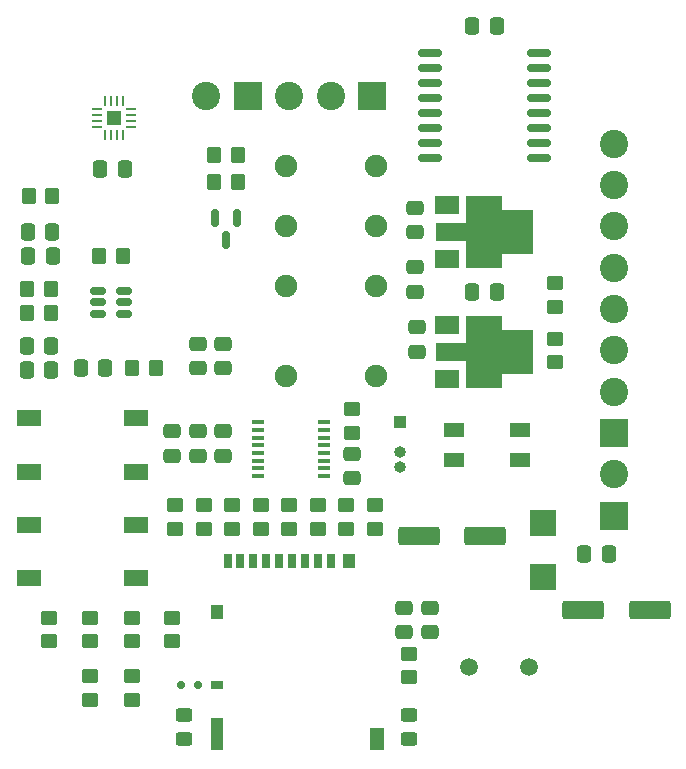
<source format=gbr>
%TF.GenerationSoftware,KiCad,Pcbnew,(7.0.0-0)*%
%TF.CreationDate,2023-08-12T01:46:22+02:00*%
%TF.ProjectId,door_bell,646f6f72-5f62-4656-9c6c-2e6b69636164,rev?*%
%TF.SameCoordinates,Original*%
%TF.FileFunction,Soldermask,Top*%
%TF.FilePolarity,Negative*%
%FSLAX46Y46*%
G04 Gerber Fmt 4.6, Leading zero omitted, Abs format (unit mm)*
G04 Created by KiCad (PCBNEW (7.0.0-0)) date 2023-08-12 01:46:22*
%MOMM*%
%LPD*%
G01*
G04 APERTURE LIST*
G04 Aperture macros list*
%AMRoundRect*
0 Rectangle with rounded corners*
0 $1 Rounding radius*
0 $2 $3 $4 $5 $6 $7 $8 $9 X,Y pos of 4 corners*
0 Add a 4 corners polygon primitive as box body*
4,1,4,$2,$3,$4,$5,$6,$7,$8,$9,$2,$3,0*
0 Add four circle primitives for the rounded corners*
1,1,$1+$1,$2,$3*
1,1,$1+$1,$4,$5*
1,1,$1+$1,$6,$7*
1,1,$1+$1,$8,$9*
0 Add four rect primitives between the rounded corners*
20,1,$1+$1,$2,$3,$4,$5,0*
20,1,$1+$1,$4,$5,$6,$7,0*
20,1,$1+$1,$6,$7,$8,$9,0*
20,1,$1+$1,$8,$9,$2,$3,0*%
G04 Aperture macros list end*
%ADD10R,2.000000X1.500000*%
%ADD11R,0.800000X0.800000*%
%ADD12R,3.000000X1.500000*%
%ADD13R,3.048000X6.096000*%
%ADD14R,3.000000X3.800000*%
%ADD15RoundRect,0.250000X0.475000X-0.337500X0.475000X0.337500X-0.475000X0.337500X-0.475000X-0.337500X0*%
%ADD16RoundRect,0.250000X0.450000X-0.350000X0.450000X0.350000X-0.450000X0.350000X-0.450000X-0.350000X0*%
%ADD17R,0.700000X1.200000*%
%ADD18R,1.000000X0.800000*%
%ADD19R,1.000000X1.200000*%
%ADD20R,1.000000X2.800000*%
%ADD21R,1.300000X1.900000*%
%ADD22C,1.500000*%
%ADD23RoundRect,0.250000X-0.450000X0.350000X-0.450000X-0.350000X0.450000X-0.350000X0.450000X0.350000X0*%
%ADD24R,1.000000X1.000000*%
%ADD25O,1.000000X1.000000*%
%ADD26R,1.700000X1.200000*%
%ADD27RoundRect,0.250000X-0.475000X0.337500X-0.475000X-0.337500X0.475000X-0.337500X0.475000X0.337500X0*%
%ADD28R,2.400000X2.400000*%
%ADD29C,2.400000*%
%ADD30RoundRect,0.250000X1.500000X0.550000X-1.500000X0.550000X-1.500000X-0.550000X1.500000X-0.550000X0*%
%ADD31RoundRect,0.150000X-0.875000X-0.150000X0.875000X-0.150000X0.875000X0.150000X-0.875000X0.150000X0*%
%ADD32R,2.100000X1.400000*%
%ADD33RoundRect,0.250000X-0.337500X-0.475000X0.337500X-0.475000X0.337500X0.475000X-0.337500X0.475000X0*%
%ADD34RoundRect,0.250000X0.337500X0.475000X-0.337500X0.475000X-0.337500X-0.475000X0.337500X-0.475000X0*%
%ADD35RoundRect,0.150000X-0.150000X0.587500X-0.150000X-0.587500X0.150000X-0.587500X0.150000X0.587500X0*%
%ADD36R,2.300000X2.300000*%
%ADD37RoundRect,0.250000X-0.350000X-0.450000X0.350000X-0.450000X0.350000X0.450000X-0.350000X0.450000X0*%
%ADD38RoundRect,0.150000X-0.512500X-0.150000X0.512500X-0.150000X0.512500X0.150000X-0.512500X0.150000X0*%
%ADD39RoundRect,0.250000X0.450000X-0.325000X0.450000X0.325000X-0.450000X0.325000X-0.450000X-0.325000X0*%
%ADD40C,1.905000*%
%ADD41R,1.050000X0.450000*%
%ADD42R,1.230000X1.230000*%
%ADD43RoundRect,0.062500X-0.350000X-0.062500X0.350000X-0.062500X0.350000X0.062500X-0.350000X0.062500X0*%
%ADD44RoundRect,0.062500X-0.062500X-0.350000X0.062500X-0.350000X0.062500X0.350000X-0.062500X0.350000X0*%
%ADD45RoundRect,0.250000X0.350000X0.450000X-0.350000X0.450000X-0.350000X-0.450000X0.350000X-0.450000X0*%
%ADD46RoundRect,0.150000X-0.150000X-0.200000X0.150000X-0.200000X0.150000X0.200000X-0.150000X0.200000X0*%
G04 APERTURE END LIST*
D10*
%TO.C,U3*%
X151789999Y-82803999D03*
D11*
X151739999Y-85103999D03*
D12*
X152272999Y-85103999D03*
D11*
X152539999Y-85103999D03*
X153339999Y-85103999D03*
X154139999Y-82703999D03*
X154139999Y-83503999D03*
X154139999Y-84303999D03*
X154139999Y-85103999D03*
X154139999Y-85903999D03*
X154139999Y-86703999D03*
X154139999Y-87503999D03*
X154939999Y-82703999D03*
X154939999Y-83503999D03*
X154939999Y-84303999D03*
X154939999Y-85103999D03*
D13*
X154939999Y-85103999D03*
D11*
X154939999Y-85903999D03*
X154939999Y-86703999D03*
X154939999Y-87503999D03*
X155739999Y-82703999D03*
X155739999Y-83503999D03*
X155739999Y-84303999D03*
X155739999Y-85103999D03*
X155739999Y-85903999D03*
X155739999Y-86703999D03*
X155739999Y-87503999D03*
X156539999Y-84303999D03*
X156539999Y-85103999D03*
X156539999Y-85903999D03*
X157339999Y-84303999D03*
X157339999Y-85103999D03*
X157339999Y-85903999D03*
D14*
X157606999Y-85103999D03*
D11*
X158139999Y-84303999D03*
X158139999Y-85103999D03*
X158139999Y-85903999D03*
D10*
X151789999Y-87403999D03*
%TD*%
%TO.C,U1*%
X151789999Y-72629999D03*
D11*
X151739999Y-74929999D03*
D12*
X152272999Y-74929999D03*
D11*
X152539999Y-74929999D03*
X153339999Y-74929999D03*
X154139999Y-72529999D03*
X154139999Y-73329999D03*
X154139999Y-74129999D03*
X154139999Y-74929999D03*
X154139999Y-75729999D03*
X154139999Y-76529999D03*
X154139999Y-77329999D03*
X154939999Y-72529999D03*
X154939999Y-73329999D03*
X154939999Y-74129999D03*
X154939999Y-74929999D03*
D13*
X154939999Y-74929999D03*
D11*
X154939999Y-75729999D03*
X154939999Y-76529999D03*
X154939999Y-77329999D03*
X155739999Y-72529999D03*
X155739999Y-73329999D03*
X155739999Y-74129999D03*
X155739999Y-74929999D03*
X155739999Y-75729999D03*
X155739999Y-76529999D03*
X155739999Y-77329999D03*
X156539999Y-74129999D03*
X156539999Y-74929999D03*
X156539999Y-75729999D03*
X157339999Y-74129999D03*
X157339999Y-74929999D03*
X157339999Y-75729999D03*
D14*
X157606999Y-74929999D03*
D11*
X158139999Y-74129999D03*
X158139999Y-74929999D03*
X158139999Y-75729999D03*
D10*
X151789999Y-77229999D03*
%TD*%
D15*
%TO.C,C22*%
X150342600Y-108813600D03*
X150342600Y-106738600D03*
%TD*%
%TO.C,C21*%
X148107400Y-108813600D03*
X148107400Y-106738600D03*
%TD*%
D16*
%TO.C,R25*%
X160930000Y-85963000D03*
X160930000Y-83963000D03*
%TD*%
D17*
%TO.C,J5*%
X141908599Y-102799599D03*
X140808599Y-102799599D03*
X139708599Y-102799599D03*
X138608599Y-102799599D03*
X137508599Y-102799599D03*
X136408599Y-102799599D03*
X135308599Y-102799599D03*
X134208599Y-102799599D03*
X133258599Y-102799599D03*
D18*
X132308599Y-113299599D03*
D19*
X132308599Y-107099599D03*
D20*
X132308599Y-117449599D03*
D19*
X143458599Y-102799599D03*
D21*
X145808599Y-117899599D03*
%TD*%
D22*
%TO.C,F1*%
X153670000Y-111760000D03*
X158750000Y-111760000D03*
%TD*%
D23*
%TO.C,R21*%
X143256000Y-98060000D03*
X143256000Y-100060000D03*
%TD*%
%TO.C,R14*%
X125095000Y-112554000D03*
X125095000Y-114554000D03*
%TD*%
D24*
%TO.C,J4*%
X147827999Y-91058999D03*
D25*
X147827999Y-93598999D03*
X147827999Y-94868999D03*
%TD*%
D26*
%TO.C,D1*%
X152399999Y-91693999D03*
X157987999Y-91693999D03*
X152399999Y-94233999D03*
X157987999Y-94233999D03*
%TD*%
D23*
%TO.C,R13*%
X133604000Y-98044000D03*
X133604000Y-100044000D03*
%TD*%
D16*
%TO.C,R26*%
X160909000Y-81264000D03*
X160909000Y-79264000D03*
%TD*%
D23*
%TO.C,R12*%
X125095000Y-107585000D03*
X125095000Y-109585000D03*
%TD*%
D27*
%TO.C,C9*%
X130683000Y-84412000D03*
X130683000Y-86487000D03*
%TD*%
D28*
%TO.C,J1*%
X165869999Y-98959999D03*
D29*
X165870000Y-95460000D03*
%TD*%
D23*
%TO.C,R18*%
X136017000Y-98060000D03*
X136017000Y-100060000D03*
%TD*%
D30*
%TO.C,C2*%
X168916000Y-106959400D03*
X163316000Y-106959400D03*
%TD*%
D31*
%TO.C,U4*%
X150290000Y-59817000D03*
X150290000Y-61087000D03*
X150290000Y-62357000D03*
X150290000Y-63627000D03*
X150290000Y-64897000D03*
X150290000Y-66167000D03*
X150290000Y-67437000D03*
X150290000Y-68707000D03*
X159590000Y-68707000D03*
X159590000Y-67437000D03*
X159590000Y-66167000D03*
X159590000Y-64897000D03*
X159590000Y-63627000D03*
X159590000Y-62357000D03*
X159590000Y-61087000D03*
X159590000Y-59817000D03*
%TD*%
D32*
%TO.C,SW2*%
X125475999Y-104266999D03*
X116375999Y-104266999D03*
X125475999Y-99766999D03*
X116375999Y-99766999D03*
%TD*%
D33*
%TO.C,C5*%
X163406000Y-102235000D03*
X165481000Y-102235000D03*
%TD*%
D34*
%TO.C,C1*%
X155977500Y-80010000D03*
X153902500Y-80010000D03*
%TD*%
D27*
%TO.C,C12*%
X128524000Y-91821000D03*
X128524000Y-93896000D03*
%TD*%
D35*
%TO.C,Q1*%
X133985000Y-73738500D03*
X132085000Y-73738500D03*
X133035000Y-75613500D03*
%TD*%
D36*
%TO.C,D3*%
X159892999Y-104139999D03*
X159892999Y-99567999D03*
%TD*%
D37*
%TO.C,R2*%
X116221000Y-81788000D03*
X118221000Y-81788000D03*
%TD*%
D28*
%TO.C,J6*%
X165869999Y-91949999D03*
D29*
X165870000Y-88450000D03*
X165870000Y-84950000D03*
X165870000Y-81450000D03*
X165870000Y-77950000D03*
X165870000Y-74450000D03*
X165870000Y-70950000D03*
X165870000Y-67450000D03*
%TD*%
D23*
%TO.C,R22*%
X145669000Y-98044000D03*
X145669000Y-100044000D03*
%TD*%
D38*
%TO.C,U7*%
X122179500Y-79949000D03*
X122179500Y-80899000D03*
X122179500Y-81849000D03*
X124454500Y-81849000D03*
X124454500Y-80899000D03*
X124454500Y-79949000D03*
%TD*%
D23*
%TO.C,R4*%
X143764000Y-89932000D03*
X143764000Y-91932000D03*
%TD*%
D15*
%TO.C,C8*%
X149225000Y-85090000D03*
X149225000Y-83015000D03*
%TD*%
D23*
%TO.C,R16*%
X121539000Y-107585000D03*
X121539000Y-109585000D03*
%TD*%
D37*
%TO.C,R24*%
X122317000Y-76962000D03*
X124317000Y-76962000D03*
%TD*%
D34*
%TO.C,C15*%
X118258500Y-84582000D03*
X116183500Y-84582000D03*
%TD*%
D23*
%TO.C,R11*%
X148590000Y-110633000D03*
X148590000Y-112633000D03*
%TD*%
D37*
%TO.C,R23*%
X125111000Y-86487000D03*
X127111000Y-86487000D03*
%TD*%
D27*
%TO.C,C16*%
X132842000Y-91821000D03*
X132842000Y-93896000D03*
%TD*%
D37*
%TO.C,R8*%
X132035000Y-68453000D03*
X134035000Y-68453000D03*
%TD*%
D39*
%TO.C,D8*%
X129540000Y-117865000D03*
X129540000Y-115815000D03*
%TD*%
D23*
%TO.C,R10*%
X128524000Y-107585000D03*
X128524000Y-109585000D03*
%TD*%
D40*
%TO.C,K1*%
X145791000Y-87107000D03*
X145791000Y-79487000D03*
X145791000Y-74407000D03*
X145791000Y-69327000D03*
X138171000Y-69327000D03*
X138171000Y-74407000D03*
X138171000Y-79487000D03*
X138171000Y-87107000D03*
%TD*%
D27*
%TO.C,C6*%
X149098000Y-77935000D03*
X149098000Y-80010000D03*
%TD*%
D30*
%TO.C,C7*%
X154990800Y-100685600D03*
X149390800Y-100685600D03*
%TD*%
D39*
%TO.C,D7*%
X148590000Y-117865000D03*
X148590000Y-115815000D03*
%TD*%
D37*
%TO.C,R7*%
X116348000Y-71882000D03*
X118348000Y-71882000D03*
%TD*%
D41*
%TO.C,U5*%
X135781999Y-91043999D03*
X135781999Y-91693999D03*
X135781999Y-92343999D03*
X135781999Y-92993999D03*
X135781999Y-93643999D03*
X135781999Y-94293999D03*
X135781999Y-94943999D03*
X135781999Y-95593999D03*
X141331999Y-95593999D03*
X141331999Y-94943999D03*
X141331999Y-94293999D03*
X141331999Y-93643999D03*
X141331999Y-92993999D03*
X141331999Y-92343999D03*
X141331999Y-91693999D03*
X141331999Y-91043999D03*
%TD*%
D42*
%TO.C,U2*%
X123570999Y-65277999D03*
D43*
X122133500Y-64528000D03*
X122133500Y-65028000D03*
X122133500Y-65528000D03*
X122133500Y-66028000D03*
D44*
X122821000Y-66715500D03*
X123321000Y-66715500D03*
X123821000Y-66715500D03*
X124321000Y-66715500D03*
D43*
X125008500Y-66028000D03*
X125008500Y-65528000D03*
X125008500Y-65028000D03*
X125008500Y-64528000D03*
D44*
X124321000Y-63840500D03*
X123821000Y-63840500D03*
X123321000Y-63840500D03*
X122821000Y-63840500D03*
%TD*%
D23*
%TO.C,R17*%
X118110000Y-107585000D03*
X118110000Y-109585000D03*
%TD*%
D28*
%TO.C,J2*%
X134879999Y-63439999D03*
D29*
X131380000Y-63440000D03*
%TD*%
D45*
%TO.C,R9*%
X134051000Y-70739000D03*
X132051000Y-70739000D03*
%TD*%
D23*
%TO.C,R19*%
X138430000Y-98060000D03*
X138430000Y-100060000D03*
%TD*%
D34*
%TO.C,C19*%
X122830500Y-86487000D03*
X120755500Y-86487000D03*
%TD*%
D28*
%TO.C,J3*%
X145429999Y-63439999D03*
D29*
X141930000Y-63440000D03*
X138430000Y-63440000D03*
%TD*%
D27*
%TO.C,C13*%
X132842000Y-84412000D03*
X132842000Y-86487000D03*
%TD*%
D15*
%TO.C,C4*%
X149098000Y-74951500D03*
X149098000Y-72876500D03*
%TD*%
D23*
%TO.C,R15*%
X121539000Y-112554000D03*
X121539000Y-114554000D03*
%TD*%
D34*
%TO.C,C18*%
X118364000Y-74930000D03*
X116289000Y-74930000D03*
%TD*%
%TO.C,C3*%
X124469500Y-69596000D03*
X122394500Y-69596000D03*
%TD*%
%TO.C,C14*%
X155977500Y-57531000D03*
X153902500Y-57531000D03*
%TD*%
D16*
%TO.C,R1*%
X128778000Y-100060000D03*
X128778000Y-98060000D03*
%TD*%
D15*
%TO.C,C17*%
X143764000Y-95801000D03*
X143764000Y-93726000D03*
%TD*%
D32*
%TO.C,SW1*%
X116353999Y-90713999D03*
X125453999Y-90713999D03*
X116353999Y-95213999D03*
X125453999Y-95213999D03*
%TD*%
D23*
%TO.C,R6*%
X131191000Y-98060000D03*
X131191000Y-100060000D03*
%TD*%
D37*
%TO.C,R3*%
X116230400Y-79730600D03*
X118230400Y-79730600D03*
%TD*%
D46*
%TO.C,D4*%
X130683000Y-113309400D03*
X129283000Y-113309400D03*
%TD*%
D34*
%TO.C,C20*%
X118385500Y-76962000D03*
X116310500Y-76962000D03*
%TD*%
D27*
%TO.C,C11*%
X130683000Y-91821000D03*
X130683000Y-93896000D03*
%TD*%
D34*
%TO.C,C10*%
X118258500Y-86614000D03*
X116183500Y-86614000D03*
%TD*%
D23*
%TO.C,R20*%
X140843000Y-98060000D03*
X140843000Y-100060000D03*
%TD*%
M02*

</source>
